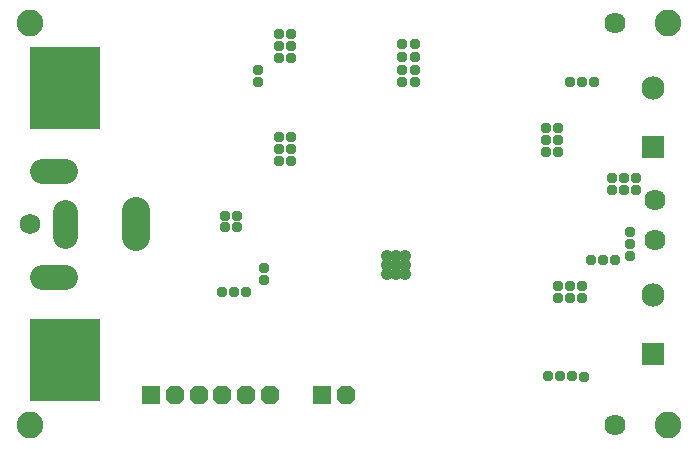
<source format=gbr>
G04 EAGLE Gerber RS-274X export*
G75*
%MOMM*%
%FSLAX34Y34*%
%LPD*%
%INSoldermask Bottom*%
%IPPOS*%
%AMOC8*
5,1,8,0,0,1.08239X$1,22.5*%
G01*
%ADD10C,2.252400*%
%ADD11R,6.000000X7.000000*%
%ADD12C,2.402400*%
%ADD13C,2.152400*%
%ADD14C,1.752400*%
%ADD15R,1.574800X1.574800*%
%ADD16P,1.704548X8X112.500000*%
%ADD17C,1.062000*%
%ADD18R,1.962000X1.962000*%
%ADD19C,1.962000*%
%ADD20P,2.914227X8X22.500000*%
%ADD21C,1.782000*%
%ADD22C,0.960400*%


D10*
X30000Y370000D03*
X30000Y30000D03*
X570000Y370000D03*
X570000Y30000D03*
D11*
X60000Y85000D03*
X60000Y315000D03*
D12*
X120000Y211250D02*
X120000Y188750D01*
D13*
X60000Y190000D02*
X60000Y210000D01*
X60000Y155000D02*
X40000Y155000D01*
X40000Y245000D02*
X60000Y245000D01*
D14*
X30000Y200000D03*
D15*
X277600Y55770D03*
D16*
X297600Y55770D03*
D17*
X332046Y157526D03*
X332046Y165400D03*
X332046Y173274D03*
X339920Y157526D03*
X339920Y165400D03*
X339920Y173274D03*
X347794Y157526D03*
X347794Y165400D03*
X347794Y173274D03*
D18*
X557808Y90254D03*
D19*
X557808Y140254D03*
D20*
X59500Y85000D03*
X59500Y315000D03*
D18*
X557808Y265254D03*
D19*
X557808Y315254D03*
D21*
X559205Y186524D03*
X559205Y220334D03*
X525000Y30000D03*
X525000Y370000D03*
D15*
X132880Y55770D03*
D16*
X152880Y55770D03*
X172880Y55770D03*
X192880Y55770D03*
X212880Y55770D03*
X232880Y55770D03*
D22*
X468440Y71120D03*
X478680Y71120D03*
X488920Y71120D03*
X250920Y340360D03*
X250920Y350520D03*
X250920Y360680D03*
X240760Y360680D03*
X240760Y350520D03*
X240760Y340360D03*
X223520Y320040D03*
X223520Y330200D03*
X487680Y320040D03*
X497840Y320040D03*
X508000Y320040D03*
X499000Y71000D03*
X195000Y207000D03*
X205000Y207000D03*
X205000Y198000D03*
X195000Y198000D03*
X193040Y142240D03*
X203200Y142240D03*
X213360Y142240D03*
X228600Y152400D03*
X228600Y162560D03*
X250952Y273558D03*
X250952Y263398D03*
X250952Y253238D03*
X240792Y253238D03*
X240792Y263398D03*
X240792Y273558D03*
X467360Y281686D03*
X467360Y271526D03*
X467360Y261366D03*
X477520Y261366D03*
X477520Y271526D03*
X477520Y281686D03*
X523240Y228600D03*
X533400Y228600D03*
X543560Y228600D03*
X543560Y238760D03*
X533400Y238760D03*
X523240Y238760D03*
X345220Y352520D03*
X345220Y330867D03*
X345220Y320040D03*
X355705Y320040D03*
X355705Y330867D03*
X355705Y352520D03*
X345220Y341693D03*
X355705Y341693D03*
X538480Y193040D03*
X538480Y182880D03*
X538480Y172720D03*
X477520Y137160D03*
X487680Y137160D03*
X497840Y137160D03*
X505000Y170000D03*
X515000Y170000D03*
X525000Y170000D03*
X477520Y147320D03*
X487680Y147320D03*
X497840Y147320D03*
M02*

</source>
